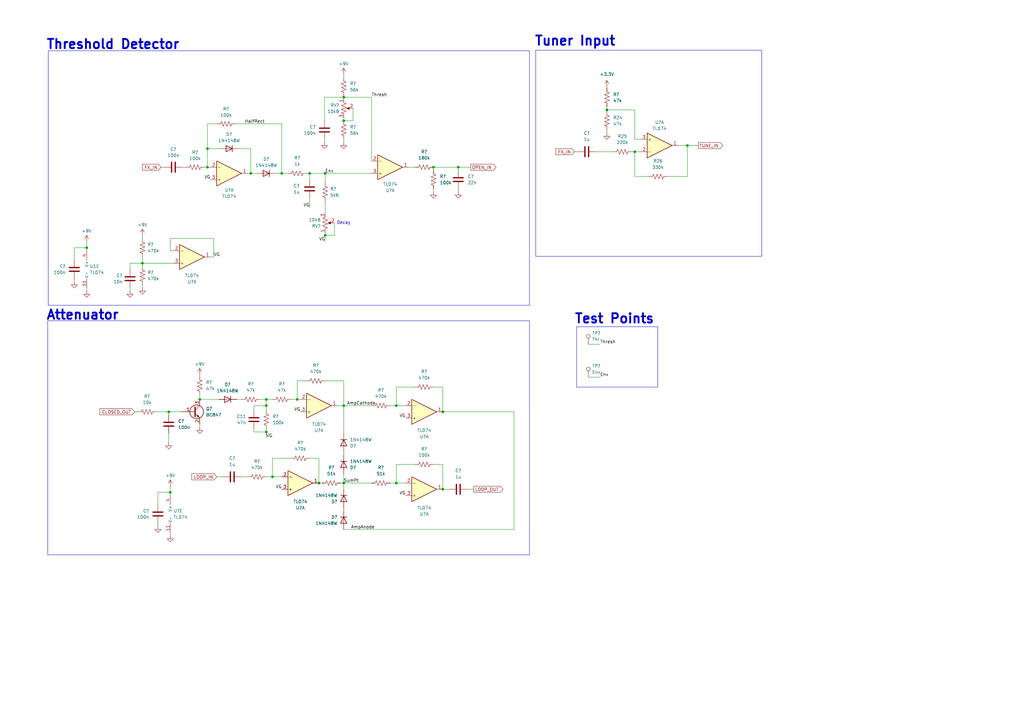
<source format=kicad_sch>
(kicad_sch (version 20250114) (generator "eeschema") (generator_version "9.0")
  (paper "A3")
  (lib_symbols
    (symbol "Amplifier_Operational:TL074" (pin_names (offset 0.127))
      (property "Reference" "U" (at 0 5.08 0))
      (property "Value" "TL074" (at 0 -5.08 0))
      (symbol "TL074_1_1"
        (polyline (pts (xy -5.08 5.08) (xy 5.08 0) (xy -5.08 -5.08) (xy -5.08 5.08)) (stroke (width 0.254)) (fill (type background)))
        (pin input line (at -7.62 2.54 0) (length 2.54) (name "+") (number "3"))
        (pin input line (at -7.62 -2.54 0) (length 2.54) (name "-") (number "2"))
        (pin output line (at 7.62 0 180) (length 2.54) (name "~") (number "1"))
      )
      (symbol "TL074_2_1"
        (polyline (pts (xy -5.08 5.08) (xy 5.08 0) (xy -5.08 -5.08) (xy -5.08 5.08)) (stroke (width 0.254)) (fill (type background)))
        (pin input line (at -7.62 2.54 0) (length 2.54) (name "+") (number "5"))
        (pin input line (at -7.62 -2.54 0) (length 2.54) (name "-") (number "6"))
        (pin output line (at 7.62 0 180) (length 2.54) (name "~") (number "7"))
      )
      (symbol "TL074_3_1"
        (polyline (pts (xy -5.08 5.08) (xy 5.08 0) (xy -5.08 -5.08) (xy -5.08 5.08)) (stroke (width 0.254)) (fill (type background)))
        (pin input line (at -7.62 2.54 0) (length 2.54) (name "+") (number "10"))
        (pin input line (at -7.62 -2.54 0) (length 2.54) (name "-") (number "9"))
        (pin output line (at 7.62 0 180) (length 2.54) (name "~") (number "8"))
      )
      (symbol "TL074_4_1"
        (polyline (pts (xy -5.08 5.08) (xy 5.08 0) (xy -5.08 -5.08) (xy -5.08 5.08)) (stroke (width 0.254)) (fill (type background)))
        (pin input line (at -7.62 2.54 0) (length 2.54) (name "+") (number "12"))
        (pin input line (at -7.62 -2.54 0) (length 2.54) (name "-") (number "13"))
        (pin output line (at 7.62 0 180) (length 2.54) (name "~") (number "14"))
      )
      (symbol "TL074_5_1"
        (pin power_in line (at -2.54 7.62 270) (length 3.81) (name "V+") (number "4"))
        (pin power_in line (at -2.54 -7.62 90) (length 3.81) (name "V-") (number "11"))
      )
    )
    (symbol "Connector:TestPoint" (pin_numbers (hide yes)) (pin_names (offset 0.762) (hide yes)) (in_bom no)
      (property "Reference" "TP" (at 0 6.858 0))
      (property "Value" "TestPoint" (at 0 5.08 0))
      (symbol "TestPoint_0_1"
        (circle (center 0 3.302) (radius 0.762))
      )
      (symbol "TestPoint_1_1"
        (pin passive line (at 0 0 90) (length 2.54) (name "1") (number "1"))
      )
    )
    (symbol "Device:C" (pin_numbers (hide yes)) (pin_names (offset 0.254))
      (property "Reference" "C" (at 0.635 2.54 0))
      (property "Value" "C" (at 0.635 -2.54 0))
      (symbol "C_0_1"
        (polyline (pts (xy -2.032 0.762) (xy 2.032 0.762)) (stroke (width 0.508)))
        (polyline (pts (xy -2.032 -0.762) (xy 2.032 -0.762)) (stroke (width 0.508)))
      )
      (symbol "C_1_1"
        (pin passive line (at 0 3.81 270) (length 2.794) (name "~") (number "1"))
        (pin passive line (at 0 -3.81 90) (length 2.794) (name "~") (number "2"))
      )
    )
    (symbol "Device:R_Potentiometer_US" (pin_names (offset 1.016) (hide yes))
      (property "Reference" "RV" (at -4.445 0 90))
      (property "Value" "R_Potentiometer_US" (at -2.54 0 90))
      (symbol "R_Potentiometer_US_0_1"
        (polyline (pts (xy 0 2.54) (xy 0 2.286)))
        (polyline (pts (xy 0 2.286) (xy 1.016 1.905) (xy 0 1.524) (xy -1.016 1.143) (xy 0 0.762)))
        (polyline (pts (xy 0 0.762) (xy 1.016 0.381) (xy 0 0) (xy -1.016 -0.381) (xy 0 -0.762)))
        (polyline (pts (xy 0 -0.762) (xy 1.016 -1.143) (xy 0 -1.524) (xy -1.016 -1.905) (xy 0 -2.286)))
        (polyline (pts (xy 0 -2.286) (xy 0 -2.54)))
        (polyline (pts (xy 1.143 0) (xy 2.286 0.508) (xy 2.286 -0.508) (xy 1.143 0)) (fill (type outline)))
        (polyline (pts (xy 2.54 0) (xy 1.524 0)))
      )
      (symbol "R_Potentiometer_US_1_1"
        (pin passive line (at 0 3.81 270) (length 1.27) (name "1") (number "1"))
        (pin passive line (at 0 -3.81 90) (length 1.27) (name "3") (number "3"))
        (pin passive line (at 3.81 0 180) (length 1.27) (name "2") (number "2"))
      )
    )
    (symbol "Device:R_US" (pin_numbers (hide yes)) (pin_names (offset 0))
      (property "Reference" "R" (at 2.54 0 90))
      (property "Value" "R_US" (at -2.54 0 90))
      (symbol "R_US_0_1"
        (polyline (pts (xy 0 2.286) (xy 0 2.54)))
        (polyline (pts (xy 0 2.286) (xy 1.016 1.905) (xy 0 1.524) (xy -1.016 1.143) (xy 0 0.762)))
        (polyline (pts (xy 0 0.762) (xy 1.016 0.381) (xy 0 0) (xy -1.016 -0.381) (xy 0 -0.762)))
        (polyline (pts (xy 0 -0.762) (xy 1.016 -1.143) (xy 0 -1.524) (xy -1.016 -1.905) (xy 0 -2.286)))
        (polyline (pts (xy 0 -2.286) (xy 0 -2.54)))
      )
      (symbol "R_US_1_1"
        (pin passive line (at 0 3.81 270) (length 1.27) (name "~") (number "1"))
        (pin passive line (at 0 -3.81 90) (length 1.27) (name "~") (number "2"))
      )
    )
    (symbol "Diode:1N4148W" (pin_numbers (hide yes)) (pin_names (hide yes))
      (property "Reference" "D" (at 0 2.54 0))
      (property "Value" "1N4148W" (at 0 -2.54 0))
      (symbol "1N4148W_0_1"
        (polyline (pts (xy -1.27 1.27) (xy -1.27 -1.27)) (stroke (width 0.254)))
        (polyline (pts (xy 1.27 1.27) (xy 1.27 -1.27) (xy -1.27 0) (xy 1.27 1.27)) (stroke (width 0.254)))
        (polyline (pts (xy 1.27 0) (xy -1.27 0)))
      )
      (symbol "1N4148W_1_1"
        (pin passive line (at -3.81 0 0) (length 2.54) (name "K") (number "1"))
        (pin passive line (at 3.81 0 180) (length 2.54) (name "A") (number "2"))
      )
    )
    (symbol "PCM_4ms_Power-symbol:+9V" (power) (pin_names (offset 0))
      (property "Value" "+9V" (at 0 3.556 0))
      (symbol "+9V_0_1"
        (polyline (pts (xy -0.762 1.27) (xy 0 2.54)))
        (polyline (pts (xy 0 2.54) (xy 0.762 1.27)))
        (polyline (pts (xy 0 0) (xy 0 2.54)))
      )
      (symbol "+9V_1_1"
        (pin power_in line (at 0 0 90) (length 0) (hide yes) (name "+9V") (number "1"))
      )
    )
    (symbol "Transistor_BJT:BC847" (pin_names (offset 0) (hide yes))
      (property "Reference" "Q" (at 5.08 1.905 0))
      (property "Value" "BC847" (at 5.08 0 0))
      (symbol "BC847_0_1"
        (polyline (pts (xy 0.635 1.905) (xy 0.635 -1.905) (xy 0.635 -1.905)) (stroke (width 0.508)))
        (polyline (pts (xy 0.635 0.635) (xy 2.54 2.54)))
        (polyline (pts (xy 0.635 -0.635) (xy 2.54 -2.54) (xy 2.54 -2.54)))
        (circle (center 1.27 0) (radius 2.8194) (stroke (width 0.254)))
        (polyline (pts (xy 1.27 -1.778) (xy 1.778 -1.27) (xy 2.286 -2.286) (xy 1.27 -1.778) (xy 1.27 -1.778)) (fill (type outline)))
      )
      (symbol "BC847_1_1"
        (pin input line (at -5.08 0 0) (length 5.715) (name "B") (number "1"))
        (pin passive line (at 2.54 5.08 270) (length 2.54) (name "C") (number "3"))
        (pin passive line (at 2.54 -5.08 90) (length 2.54) (name "E") (number "2"))
      )
    )
    (symbol "power:+3.3V" (power) (pin_numbers (hide yes)) (pin_names (offset 0) (hide yes))
      (property "Value" "+3.3V" (at 0 3.556 0))
      (symbol "+3.3V_0_1"
        (polyline (pts (xy -0.762 1.27) (xy 0 2.54)))
        (polyline (pts (xy 0 2.54) (xy 0.762 1.27)))
        (polyline (pts (xy 0 0) (xy 0 2.54)))
      )
      (symbol "+3.3V_1_1"
        (pin power_in line (at 0 0 90) (length 0) (name "~") (number "1"))
      )
    )
    (symbol "power:GND" (power) (pin_numbers (hide yes)) (pin_names (offset 0) (hide yes))
      (symbol "GND_0_1"
        (polyline (pts (xy 0 0) (xy 0 -1.27) (xy 1.27 -1.27) (xy 0 -2.54) (xy -1.27 -1.27) (xy 0 -1.27)))
      )
      (symbol "GND_1_1"
        (pin power_in line (at 0 0 270) (length 0) (name "~") (number "1"))
      )
    )
  )
  (rectangle (start 19.558 131.572) (end 217.17 227.584))
  (rectangle (start 236.474 133.985) (end 269.748 158.75))
  (rectangle (start 19.812 20.828) (end 217.17 125.222))
  (rectangle (start 219.71 20.574) (end 312.42 105.156))
  (text "Threshold Detector" (at 18.796 18.288 0) (effects (font (size 3.81 3.81) (thickness 0.762) (bold yes)) (justify left)))
  (text "Tuner Input" (at 219.075 16.891 0) (effects (font (size 3.81 3.81) (thickness 0.762) (bold yes)) (justify left)))
  (text "Attenuator" (at 18.796 129.286 0) (effects (font (size 3.81 3.81) (thickness 0.762) (bold yes)) (justify left)))
  (text "Decay" (at 140.97 91.44 0) (effects (font (size 1.27 1.27))))
  (text "Test Points" (at 235.458 130.81 0) (effects (font (size 3.81 3.81) (thickness 0.762) (bold yes)) (justify left)))
  (junction (at 140.97 49.53))
  (junction (at 69.215 168.91))
  (junction (at 140.97 166.37))
  (junction (at 127 71.12))
  (junction (at 133.35 71.12))
  (junction (at 162.56 198.12))
  (junction (at 115.57 71.12))
  (junction (at 187.96 68.58))
  (junction (at 102.87 71.12))
  (junction (at 81.915 163.83))
  (junction (at 181.61 200.66))
  (junction (at 248.92 45.085))
  (junction (at 281.94 59.69))
  (junction (at 109.22 163.83))
  (junction (at 85.09 68.58))
  (junction (at 177.8 68.58))
  (junction (at 111.76 195.58))
  (junction (at 109.22 166.37))
  (junction (at 85.09 60.96))
  (junction (at 162.56 166.37))
  (junction (at 181.61 168.91))
  (junction (at 140.97 39.878))
  (junction (at 130.81 198.12))
  (junction (at 69.85 201.93))
  (junction (at 140.97 198.12))
  (junction (at 109.22 177.165))
  (junction (at 58.42 107.95))
  (junction (at 121.92 163.83))
  (junction (at 133.35 96.52))
  (junction (at 35.56 101.6))
  (junction (at 260.35 62.23))
  (wire (pts (xy 144.78 49.53) (xy 140.97 49.53)))
  (wire (pts (xy 127 81.28) (xy 127 85.09)))
  (wire (pts (xy 187.96 69.85) (xy 187.96 68.58)))
  (wire (pts (xy 119.38 187.96) (xy 111.76 187.96)))
  (wire (pts (xy 109.22 195.58) (xy 111.76 195.58)))
  (wire (pts (xy 58.42 116.84) (xy 58.42 118.11)))
  (wire (pts (xy 152.4 39.878) (xy 152.4 66.04)))
  (wire (pts (xy 69.215 168.91) (xy 69.215 170.18)))
  (wire (pts (xy 160.02 166.37) (xy 162.56 166.37)))
  (wire (pts (xy 30.48 101.6) (xy 35.56 101.6)))
  (wire (pts (xy 53.34 107.95) (xy 58.42 107.95)))
  (wire (pts (xy 248.92 45.085) (xy 248.92 45.72)))
  (wire (pts (xy 58.42 107.95) (xy 71.12 107.95)))
  (wire (pts (xy 58.42 107.95) (xy 58.42 109.22)))
  (wire (pts (xy 109.22 166.37) (xy 109.22 168.275)))
  (wire (pts (xy 35.56 99.06) (xy 35.56 101.6)))
  (wire (pts (xy 266.065 72.39) (xy 260.35 72.39)))
  (wire (pts (xy 210.82 217.17) (xy 140.97 217.17)))
  (wire (pts (xy 87.63 105.41) (xy 86.36 105.41)))
  (wire (pts (xy 181.61 168.91) (xy 210.82 168.91)))
  (wire (pts (xy 133.35 156.21) (xy 140.97 156.21)))
  (wire (pts (xy 133.35 95.25) (xy 133.35 96.52)))
  (wire (pts (xy 115.57 50.8) (xy 115.57 71.12)))
  (wire (pts (xy 177.8 190.5) (xy 181.61 190.5)))
  (wire (pts (xy 58.42 105.41) (xy 58.42 107.95)))
  (wire (pts (xy 181.61 200.66) (xy 184.15 200.66)))
  (wire (pts (xy 248.92 43.815) (xy 248.92 45.085)))
  (wire (pts (xy 137.16 96.52) (xy 133.35 96.52)))
  (wire (pts (xy 109.22 175.895) (xy 109.22 177.165)))
  (wire (pts (xy 97.155 163.83) (xy 99.06 163.83)))
  (wire (pts (xy 140.97 57.15) (xy 140.97 58.42)))
  (wire (pts (xy 69.215 168.91) (xy 74.295 168.91)))
  (wire (pts (xy 140.97 39.37) (xy 140.97 39.878)))
  (wire (pts (xy 162.56 158.75) (xy 162.56 166.37)))
  (wire (pts (xy 248.92 35.56) (xy 248.92 36.195)))
  (wire (pts (xy 125.73 156.21) (xy 121.92 156.21)))
  (wire (pts (xy 97.79 60.96) (xy 102.87 60.96)))
  (wire (pts (xy 281.94 72.39) (xy 281.94 59.69)))
  (wire (pts (xy 35.56 101.6) (xy 35.56 102.87)))
  (wire (pts (xy 181.61 190.5) (xy 181.61 200.66)))
  (wire (pts (xy 248.92 53.34) (xy 248.92 54.61)))
  (wire (pts (xy 53.34 118.11) (xy 53.34 119.38)))
  (wire (pts (xy 104.14 168.275) (xy 104.14 166.37)))
  (wire (pts (xy 177.8 68.58) (xy 177.8 69.85)))
  (wire (pts (xy 119.38 163.83) (xy 121.92 163.83)))
  (wire (pts (xy 58.42 96.52) (xy 58.42 97.79)))
  (wire (pts (xy 140.97 166.37) (xy 140.97 177.8)))
  (wire (pts (xy 109.22 163.83) (xy 109.22 166.37)))
  (wire (pts (xy 281.94 59.69) (xy 286.385 59.69)))
  (wire (pts (xy 138.43 166.37) (xy 140.97 166.37)))
  (wire (pts (xy 83.82 68.58) (xy 85.09 68.58)))
  (wire (pts (xy 133.35 82.55) (xy 133.35 87.63)))
  (wire (pts (xy 109.22 177.165) (xy 109.22 179.705)))
  (wire (pts (xy 30.48 106.68) (xy 30.48 101.6)))
  (wire (pts (xy 162.56 166.37) (xy 166.37 166.37)))
  (wire (pts (xy 133.35 96.52) (xy 133.35 99.06)))
  (wire (pts (xy 127 71.12) (xy 133.35 71.12)))
  (wire (pts (xy 64.77 214.63) (xy 64.77 215.9)))
  (wire (pts (xy 35.56 118.11) (xy 35.56 119.38)))
  (wire (pts (xy 69.85 201.93) (xy 69.85 203.2)))
  (wire (pts (xy 140.97 30.48) (xy 140.97 31.75)))
  (wire (pts (xy 85.09 60.96) (xy 85.09 68.58)))
  (wire (pts (xy 64.135 168.91) (xy 69.215 168.91)))
  (wire (pts (xy 130.81 198.12) (xy 132.08 198.12)))
  (wire (pts (xy 133.35 71.12) (xy 152.4 71.12)))
  (wire (pts (xy 74.93 68.58) (xy 76.2 68.58)))
  (wire (pts (xy 260.35 62.23) (xy 262.89 62.23)))
  (wire (pts (xy 260.35 57.15) (xy 260.35 45.085)))
  (wire (pts (xy 69.85 218.44) (xy 69.85 219.71)))
  (wire (pts (xy 152.4 39.878) (xy 140.97 39.878)))
  (wire (pts (xy 170.18 190.5) (xy 162.56 190.5)))
  (wire (pts (xy 104.14 177.165) (xy 109.22 177.165)))
  (wire (pts (xy 170.18 158.75) (xy 162.56 158.75)))
  (wire (pts (xy 260.35 45.085) (xy 248.92 45.085)))
  (wire (pts (xy 109.22 163.83) (xy 106.68 163.83)))
  (wire (pts (xy 273.685 72.39) (xy 281.94 72.39)))
  (wire (pts (xy 111.76 195.58) (xy 115.57 195.58)))
  (wire (pts (xy 140.97 208.28) (xy 140.97 209.55)))
  (wire (pts (xy 81.915 153.67) (xy 81.915 154.305)))
  (wire (pts (xy 64.77 207.01) (xy 64.77 201.93)))
  (wire (pts (xy 140.97 39.878) (xy 140.97 40.64)))
  (wire (pts (xy 177.8 158.75) (xy 181.61 158.75)))
  (wire (pts (xy 104.14 175.895) (xy 104.14 177.165)))
  (wire (pts (xy 278.13 59.69) (xy 281.94 59.69)))
  (wire (pts (xy 69.85 199.39) (xy 69.85 201.93)))
  (wire (pts (xy 130.81 187.96) (xy 130.81 198.12)))
  (wire (pts (xy 162.56 198.12) (xy 166.37 198.12)))
  (wire (pts (xy 177.8 68.58) (xy 187.96 68.58)))
  (wire (pts (xy 259.08 62.23) (xy 260.35 62.23)))
  (wire (pts (xy 115.57 71.12) (xy 118.11 71.12)))
  (wire (pts (xy 144.78 44.45) (xy 144.78 49.53)))
  (wire (pts (xy 244.475 62.23) (xy 251.46 62.23)))
  (wire (pts (xy 187.96 77.47) (xy 187.96 78.74)))
  (wire (pts (xy 127 71.12) (xy 127 73.66)))
  (wire (pts (xy 102.87 71.12) (xy 101.6 71.12)))
  (wire (pts (xy 162.56 190.5) (xy 162.56 198.12)))
  (wire (pts (xy 140.97 48.26) (xy 140.97 49.53)))
  (wire (pts (xy 133.35 71.12) (xy 133.35 74.93)))
  (wire (pts (xy 105.41 71.12) (xy 102.87 71.12)))
  (wire (pts (xy 66.04 68.58) (xy 67.31 68.58)))
  (wire (pts (xy 140.97 198.12) (xy 152.4 198.12)))
  (wire (pts (xy 64.77 201.93) (xy 69.85 201.93)))
  (wire (pts (xy 111.76 163.83) (xy 109.22 163.83)))
  (wire (pts (xy 69.215 177.8) (xy 69.215 181.61)))
  (wire (pts (xy 187.96 68.58) (xy 193.04 68.58)))
  (wire (pts (xy 127 71.12) (xy 125.73 71.12)))
  (wire (pts (xy 81.915 161.925) (xy 81.915 163.83)))
  (wire (pts (xy 69.85 102.87) (xy 69.85 97.79)))
  (wire (pts (xy 88.9 195.58) (xy 91.44 195.58)))
  (wire (pts (xy 85.09 50.8) (xy 85.09 60.96)))
  (wire (pts (xy 104.14 166.37) (xy 109.22 166.37)))
  (wire (pts (xy 140.97 185.42) (xy 140.97 186.69)))
  (wire (pts (xy 71.12 102.87) (xy 69.85 102.87)))
  (wire (pts (xy 99.06 195.58) (xy 101.6 195.58)))
  (wire (pts (xy 140.97 156.21) (xy 140.97 166.37)))
  (wire (pts (xy 96.52 50.8) (xy 115.57 50.8)))
  (wire (pts (xy 137.16 91.44) (xy 137.16 96.52)))
  (wire (pts (xy 86.36 68.58) (xy 85.09 68.58)))
  (wire (pts (xy 127 187.96) (xy 130.81 187.96)))
  (wire (pts (xy 133.096 57.15) (xy 133.096 58.42)))
  (wire (pts (xy 210.82 168.91) (xy 210.82 217.17)))
  (wire (pts (xy 53.34 110.49) (xy 53.34 107.95)))
  (wire (pts (xy 140.97 198.12) (xy 140.97 200.66)))
  (wire (pts (xy 102.87 60.96) (xy 102.87 71.12)))
  (wire (pts (xy 88.9 50.8) (xy 85.09 50.8)))
  (wire (pts (xy 133.096 49.53) (xy 133.096 39.878)))
  (wire (pts (xy 85.09 60.96) (xy 90.17 60.96)))
  (wire (pts (xy 140.97 194.31) (xy 140.97 198.12)))
  (wire (pts (xy 177.8 77.47) (xy 177.8 78.74)))
  (wire (pts (xy 160.02 198.12) (xy 162.56 198.12)))
  (wire (pts (xy 235.585 62.23) (xy 236.855 62.23)))
  (wire (pts (xy 87.63 97.79) (xy 87.63 105.41)))
  (wire (pts (xy 133.096 39.878) (xy 140.97 39.878)))
  (wire (pts (xy 69.85 97.79) (xy 87.63 97.79)))
  (wire (pts (xy 191.77 200.66) (xy 194.31 200.66)))
  (wire (pts (xy 260.35 72.39) (xy 260.35 62.23)))
  (wire (pts (xy 30.48 114.3) (xy 30.48 115.57)))
  (wire (pts (xy 181.61 158.75) (xy 181.61 168.91)))
  (wire (pts (xy 121.92 163.83) (xy 123.19 163.83)))
  (wire (pts (xy 113.03 71.12) (xy 115.57 71.12)))
  (wire (pts (xy 81.915 173.99) (xy 81.915 175.26)))
  (wire (pts (xy 140.97 166.37) (xy 152.4 166.37)))
  (wire (pts (xy 139.7 198.12) (xy 140.97 198.12)))
  (wire (pts (xy 167.64 68.58) (xy 170.18 68.58)))
  (wire (pts (xy 262.89 57.15) (xy 260.35 57.15)))
  (wire (pts (xy 55.245 168.91) (xy 56.515 168.91)))
  (wire (pts (xy 241.3 154.686) (xy 246.126 154.686)))
  (wire (pts (xy 111.76 187.96) (xy 111.76 195.58)))
  (wire (pts (xy 121.92 156.21) (xy 121.92 163.83)))
  (wire (pts (xy 81.915 163.83) (xy 89.535 163.83)))
  (wire (pts (xy 241.3 141.224) (xy 246.126 141.224)))
  (label "VG" (at 123.19 168.91 180) (effects (font (thickness 0.1588))))
  (label "VG" (at 127 85.09 180))
  (label "VG" (at 86.36 73.66 180))
  (label "Env" (at 133.35 71.12 0))
  (label "Thresh" (at 152.4 39.878 0))
  (label "HalfRect" (at 100.33 50.8 0))
  (label "VG" (at 133.35 99.06 180))
  (label "AmpAnode" (at 153.67 217.17 180) (effects (font (thickness 0.1588))))
  (label "VG" (at 109.22 179.705 0))
  (label "AmpCathode" (at 142.24 166.37 0))
  (label "SumPt" (at 140.97 198.12 0))
  (label "VG" (at 166.37 203.2 180))
  (label "VG" (at 166.37 171.45 180))
  (label "Env" (at 246.126 154.686 0))
  (label "VG" (at 87.63 105.41 0))
  (label "VG" (at 115.57 200.66 180))
  (label "Thresh" (at 246.126 141.224 0))
  (global_label "OPEN_IN" (shape output) (at 193.04 68.58 0) (property "Intersheetrefs" "${INTERSHEET_REFS}" (effects (hide yes))))
  (global_label "LOOP_IN" (shape input) (at 88.9 195.58 180) (property "Intersheetrefs" "${INTERSHEET_REFS}" (effects (hide yes))))
  (global_label "LOOP_OUT" (shape output) (at 194.31 200.66 0) (property "Intersheetrefs" "${INTERSHEET_REFS}" (effects (hide yes))))
  (global_label "CLOSED_OUT" (shape input) (at 55.245 168.91 180) (property "Intersheetrefs" "${INTERSHEET_REFS}" (effects (hide yes))))
  (global_label "FX_IN" (shape input) (at 66.04 68.58 180) (property "Intersheetrefs" "${INTERSHEET_REFS}" (effects (hide yes))))
  (global_label "TUNE_IN" (shape output) (at 286.385 59.69 0) (property "Intersheetrefs" "${INTERSHEET_REFS}" (effects (hide yes))))
  (global_label "FX_IN" (shape input) (at 235.585 62.23 180) (property "Intersheetrefs" "${INTERSHEET_REFS}" (effects (hide yes))))
  (symbol (lib_id "Diode:1N4148W") (at 93.98 60.96 0) (mirror y) (unit 1)
    (property "Reference" "D?" (at 93.98 55.118 0))
    (property "Value" "1N4148W" (at 93.98 57.658 0))
    (property "Footprint" "Diode_SMD:D_SOD-123" (effects (hide yes)))
    (property "Datasheet" "https://www.vishay.com/docs/85748/1n4148w.pdf" (effects (hide yes)))
    (property "Description" "75V 0.15A Fast Switching Diode, SOD-123" (effects (hide yes)))
    (property "Sim.Device" "D" (effects (hide yes)))
    (property "Sim.Pins" "1=K 2=A" (effects (hide yes)))
  )
  (symbol (lib_id "Device:R_US") (at 156.21 198.12 90) (unit 1)
    (property "Reference" "R?" (at 156.21 191.77 90))
    (property "Value" "51k" (at 156.21 194.31 90))
    (property "Footprint" "Resistor_SMD:R_0805_2012Metric" (effects (hide yes)))
    (property "Description" "Resistor, US symbol" (effects (hide yes)))
  )
  (symbol (lib_id "Amplifier_Operational:TL074") (at 270.51 59.69 0) (unit 1)
    (property "Reference" "U?" (at 270.51 50.165 0))
    (property "Value" "TL074" (at 270.51 52.705 0))
    (property "Footprint" "Package_SO:SOIC-14_3.9x8.7mm_P1.27mm" (effects (hide yes)))
    (property "Datasheet" "http://www.ti.com/lit/ds/symlink/tl071.pdf" (effects (hide yes)))
    (property "Description" "Quad Low-Noise JFET-Input Operational Amplifiers, DIP-14/SOIC-14" (effects (hide yes)))
  )
  (symbol (lib_id "Device:R_US") (at 58.42 101.6 0) (unit 1)
    (property "Reference" "R?" (at 60.452 100.3299 0) (effects (justify left)))
    (property "Value" "470k" (at 60.452 102.8699 0) (effects (justify left)))
    (property "Footprint" "Resistor_SMD:R_0805_2012Metric" (effects (hide yes)))
    (property "Description" "Resistor, US symbol" (effects (hide yes)))
  )
  (symbol (lib_id "Device:R_US") (at 81.915 158.115 0) (unit 1)
    (property "Reference" "R?" (at 84.455 156.8449 0) (effects (justify left)))
    (property "Value" "47k" (at 84.455 159.3849 0) (effects (justify left)))
    (property "Footprint" "Resistor_SMD:R_0805_2012Metric" (effects (hide yes)))
    (property "Description" "Resistor, US symbol" (effects (hide yes)))
  )
  (symbol (lib_id "Device:R_US") (at 248.92 40.005 0) (unit 1)
    (property "Reference" "R?" (at 251.46 38.7349 0) (effects (justify left)))
    (property "Value" "47k" (at 251.46 41.2749 0) (effects (justify left)))
    (property "Footprint" "Resistor_SMD:R_0805_2012Metric" (effects (hide yes)))
    (property "Description" "Resistor, US symbol" (effects (hide yes)))
  )
  (symbol (lib_id "Device:R_US") (at 156.21 166.37 90) (unit 1)
    (property "Reference" "R?" (at 156.21 160.02 90))
    (property "Value" "470k" (at 156.21 162.56 90))
    (property "Footprint" "Resistor_SMD:R_0805_2012Metric" (effects (hide yes)))
    (property "Description" "Resistor, US symbol" (effects (hide yes)))
  )
  (symbol (lib_id "Amplifier_Operational:TL074") (at 33.02 110.49 0) (mirror y) (unit 5)
    (property "Reference" "U1" (at 36.83 109.2199 0) (effects (justify right)))
    (property "Value" "TL074" (at 36.83 111.7599 0) (effects (justify right)))
    (property "Footprint" "Package_SO:SOIC-14_3.9x8.7mm_P1.27mm" (effects (hide yes)))
    (property "Datasheet" "http://www.ti.com/lit/ds/symlink/tl071.pdf" (effects (hide yes)))
    (property "Description" "Quad Low-Noise JFET-Input Operational Amplifiers, DIP-14/SOIC-14" (effects (hide yes)))
  )
  (symbol (lib_id "Device:C") (at 69.215 173.99 0) (unit 1)
    (property "Reference" "C?" (at 73.025 172.7199 0) (effects (justify left)))
    (property "Value" "100n" (at 73.025 175.2599 0) (effects (justify left)))
    (property "Footprint" "Capacitor_SMD:C_0805_2012Metric" (effects (hide yes)))
    (property "Description" "Unpolarized capacitor" (effects (hide yes)))
  )
  (symbol (lib_id "power:GND") (at 30.48 115.57 0) (unit 1)
    (property "Reference" "#PWR?" (effects (hide yes)))
    (property "Value" "GND" (effects (hide yes)))
    (property "Description" "Power symbol creates a global label with name \"GND\" , ground" (effects (hide yes)))
  )
  (symbol (lib_id "Device:R_US") (at 255.27 62.23 90) (unit 1)
    (property "Reference" "R25" (at 255.27 55.88 90))
    (property "Value" "220k" (at 255.27 58.42 90))
    (property "Footprint" "Resistor_SMD:R_0805_2012Metric" (effects (hide yes)))
    (property "Description" "Resistor, US symbol" (effects (hide yes)))
  )
  (symbol (lib_id "Amplifier_Operational:TL074") (at 130.81 166.37 0) (mirror x) (unit 1)
    (property "Reference" "U?" (at 130.81 176.53 0))
    (property "Value" "TL074" (at 130.81 173.99 0))
    (property "Footprint" "Package_SO:SOIC-14_3.9x8.7mm_P1.27mm" (effects (hide yes)))
    (property "Datasheet" "http://www.ti.com/lit/ds/symlink/tl071.pdf" (effects (hide yes)))
    (property "Description" "Quad Low-Noise JFET-Input Operational Amplifiers, DIP-14/SOIC-14" (effects (hide yes)))
  )
  (symbol (lib_id "Device:C") (at 64.77 210.82 0) (unit 1)
    (property "Reference" "C?" (at 61.214 209.5499 0) (effects (justify right)))
    (property "Value" "100n" (at 61.214 212.0899 0) (effects (justify right)))
    (property "Footprint" "Capacitor_SMD:C_0805_2012Metric" (effects (hide yes)))
    (property "Description" "Unpolarized capacitor" (effects (hide yes)))
  )
  (symbol (lib_id "Device:C") (at 53.34 114.3 0) (unit 1)
    (property "Reference" "C?" (at 50.292 113.0299 0) (effects (justify right)))
    (property "Value" "10n" (at 50.292 115.5699 0) (effects (justify right)))
    (property "Footprint" "Capacitor_SMD:C_0805_2012Metric" (effects (hide yes)))
    (property "Description" "Unpolarized capacitor" (effects (hide yes)))
  )
  (symbol (lib_id "power:GND") (at 53.34 119.38 0) (unit 1)
    (property "Reference" "#PWR?" (effects (hide yes)))
    (property "Value" "GND" (effects (hide yes)))
    (property "Description" "Power symbol creates a global label with name \"GND\" , ground" (effects (hide yes)))
  )
  (symbol (lib_id "power:GND") (at 58.42 118.11 0) (unit 1)
    (property "Reference" "#PWR?" (effects (hide yes)))
    (property "Value" "GND" (effects (hide yes)))
    (property "Description" "Power symbol creates a global label with name \"GND\" , ground" (effects (hide yes)))
  )
  (symbol (lib_id "Device:R_US") (at 105.41 195.58 90) (unit 1)
    (property "Reference" "R?" (at 105.41 189.23 90))
    (property "Value" "470k" (at 105.41 191.77 90))
    (property "Footprint" "Resistor_SMD:R_0805_2012Metric" (effects (hide yes)))
    (property "Description" "Resistor, US symbol" (effects (hide yes)))
  )
  (symbol (lib_id "Device:R_US") (at 60.325 168.91 90) (unit 1)
    (property "Reference" "R?" (at 60.325 162.56 90))
    (property "Value" "10k" (at 60.325 165.1 90))
    (property "Footprint" "Resistor_SMD:R_0805_2012Metric" (effects (hide yes)))
    (property "Description" "Resistor, US symbol" (effects (hide yes)))
  )
  (symbol (lib_id "Device:R_Potentiometer_US") (at 140.97 44.45 0) (unit 1)
    (property "Reference" "RV?" (at 139.192 43.1799 0) (effects (justify right)))
    (property "Value" "10kB" (at 139.192 45.7199 0) (effects (justify right)))
    (property "Footprint" "Potentiometer_THT:Potentiometer_Alpha_RV16AF_42_Single_Long" (effects (hide yes)))
    (property "Description" "Potentiometer, US symbol" (effects (hide yes)))
  )
  (symbol (lib_id "power:GND") (at 133.096 58.42 0) (unit 1)
    (property "Reference" "#PWR?" (effects (hide yes)))
    (property "Value" "GND" (effects (hide yes)))
    (property "Description" "Power symbol creates a global label with name \"GND\" , ground" (effects (hide yes)))
  )
  (symbol (lib_id "PCM_4ms_Power-symbol:+9V") (at 58.42 96.52 0) (unit 1)
    (property "Reference" "#PWR?" (effects (hide yes)))
    (property "Value" "+9V" (at 58.42 92.202 0))
    (property "Description" "Power symbol creates a global label with name \"+9V\"" (effects (hide yes)))
  )
  (symbol (lib_id "Device:R_US") (at 248.92 49.53 0) (unit 1)
    (property "Reference" "R24" (at 251.46 48.2599 0) (effects (justify left)))
    (property "Value" "47k" (at 251.46 50.7999 0) (effects (justify left)))
    (property "Footprint" "Resistor_SMD:R_0805_2012Metric" (effects (hide yes)))
    (property "Description" "Resistor, US symbol" (effects (hide yes)))
  )
  (symbol (lib_id "Device:R_US") (at 80.01 68.58 90) (unit 1)
    (property "Reference" "R?" (at 80.01 62.484 90))
    (property "Value" "100k" (at 80.01 65.024 90))
    (property "Footprint" "Resistor_SMD:R_0805_2012Metric" (effects (hide yes)))
    (property "Description" "Resistor, US symbol" (effects (hide yes)))
  )
  (symbol (lib_id "Device:R_US") (at 123.19 187.96 90) (unit 1)
    (property "Reference" "R?" (at 123.19 181.61 90))
    (property "Value" "470k" (at 123.19 184.15 90))
    (property "Footprint" "Resistor_SMD:R_0805_2012Metric" (effects (hide yes)))
    (property "Description" "Resistor, US symbol" (effects (hide yes)))
  )
  (symbol (lib_id "Device:R_US") (at 140.97 53.34 0) (unit 1)
    (property "Reference" "R?" (at 143.51 52.0699 0) (effects (justify left)))
    (property "Value" "56k" (at 143.51 54.6099 0) (effects (justify left)))
    (property "Footprint" "Resistor_SMD:R_0805_2012Metric" (effects (hide yes)))
    (property "Description" "Resistor, US symbol" (effects (hide yes)))
  )
  (symbol (lib_id "Device:C") (at 104.14 172.085 0) (mirror y) (unit 1)
    (property "Reference" "C11" (at 100.965 170.8149 0) (effects (justify left)))
    (property "Value" "47n" (at 100.965 173.3549 0) (effects (justify left)))
    (property "Footprint" "Capacitor_SMD:C_0805_2012Metric" (effects (hide yes)))
    (property "Description" "Unpolarized capacitor" (effects (hide yes)))
  )
  (symbol (lib_id "power:GND") (at 248.92 54.61 0) (unit 1)
    (property "Reference" "#PWR19" (effects (hide yes)))
    (property "Value" "GND" (effects (hide yes)))
    (property "Description" "Power symbol creates a global label with name \"GND\" , ground" (effects (hide yes)))
  )
  (symbol (lib_id "Device:C") (at 133.096 53.34 0) (unit 1)
    (property "Reference" "C?" (at 129.54 52.0699 0) (effects (justify right)))
    (property "Value" "100n" (at 129.54 54.6099 0) (effects (justify right)))
    (property "Footprint" "Capacitor_SMD:C_0805_2012Metric" (effects (hide yes)))
    (property "Description" "Unpolarized capacitor" (effects (hide yes)))
  )
  (symbol (lib_id "Device:R_US") (at 58.42 113.03 0) (unit 1)
    (property "Reference" "R?" (at 60.452 111.7599 0) (effects (justify left)))
    (property "Value" "470k" (at 60.452 114.2999 0) (effects (justify left)))
    (property "Footprint" "Resistor_SMD:R_0805_2012Metric" (effects (hide yes)))
    (property "Description" "Resistor, US symbol" (effects (hide yes)))
  )
  (symbol (lib_id "Device:R_US") (at 121.92 71.12 90) (unit 1)
    (property "Reference" "R?" (at 121.92 64.77 90))
    (property "Value" "1k" (at 121.92 67.31 90))
    (property "Footprint" "Resistor_SMD:R_0805_2012Metric" (effects (hide yes)))
    (property "Description" "Resistor, US symbol" (effects (hide yes)))
  )
  (symbol (lib_id "Device:R_Potentiometer_US") (at 133.35 91.44 0) (mirror x) (unit 1)
    (property "Reference" "RV?" (at 131.572 92.7101 0) (effects (justify right)))
    (property "Value" "10kB" (at 131.572 90.1701 0) (effects (justify right)))
    (property "Footprint" "Potentiometer_THT:Potentiometer_Alpha_RV16AF_42_Single_Long" (effects (hide yes)))
    (property "Description" "Potentiometer, US symbol" (effects (hide yes)))
  )
  (symbol (lib_id "power:GND") (at 81.915 175.26 0) (unit 1)
    (property "Reference" "#PWR?" (effects (hide yes)))
    (property "Value" "GND" (effects (hide yes)))
    (property "Description" "Power symbol creates a global label with name \"GND\" , ground" (effects (hide yes)))
  )
  (symbol (lib_id "PCM_4ms_Power-symbol:+9V") (at 69.85 199.39 0) (unit 1)
    (property "Reference" "#PWR?" (effects (hide yes)))
    (property "Value" "+9V" (at 69.85 195.072 0))
    (property "Description" "Power symbol creates a global label with name \"+9V\"" (effects (hide yes)))
  )
  (symbol (lib_id "power:GND") (at 140.97 58.42 0) (unit 1)
    (property "Reference" "#PWR?" (effects (hide yes)))
    (property "Value" "GND" (effects (hide yes)))
    (property "Description" "Power symbol creates a global label with name \"GND\" , ground" (effects (hide yes)))
  )
  (symbol (lib_id "power:GND") (at 177.8 78.74 0) (unit 1)
    (property "Reference" "#PWR?" (effects (hide yes)))
    (property "Value" "GND" (effects (hide yes)))
    (property "Description" "Power symbol creates a global label with name \"GND\" , ground" (effects (hide yes)))
  )
  (symbol (lib_id "Amplifier_Operational:TL074") (at 173.99 168.91 0) (mirror x) (unit 1)
    (property "Reference" "U?" (at 173.99 179.07 0))
    (property "Value" "TL074" (at 173.99 176.53 0))
    (property "Footprint" "Package_SO:SOIC-14_3.9x8.7mm_P1.27mm" (effects (hide yes)))
    (property "Datasheet" "http://www.ti.com/lit/ds/symlink/tl071.pdf" (effects (hide yes)))
    (property "Description" "Quad Low-Noise JFET-Input Operational Amplifiers, DIP-14/SOIC-14" (effects (hide yes)))
  )
  (symbol (lib_id "Device:C") (at 187.96 200.66 90) (unit 1)
    (property "Reference" "C?" (at 187.96 193.04 90))
    (property "Value" "1u" (at 187.96 195.58 90))
    (property "Footprint" "Capacitor_SMD:C_0805_2012Metric" (effects (hide yes)))
    (property "Description" "Unpolarized capacitor" (effects (hide yes)))
  )
  (symbol (lib_id "Device:R_US") (at 140.97 35.56 0) (unit 1)
    (property "Reference" "R?" (at 143.51 34.2899 0) (effects (justify left)))
    (property "Value" "56k" (at 143.51 36.8299 0) (effects (justify left)))
    (property "Footprint" "Resistor_SMD:R_0805_2012Metric" (effects (hide yes)))
    (property "Description" "Resistor, US symbol" (effects (hide yes)))
  )
  (symbol (lib_id "PCM_4ms_Power-symbol:+9V") (at 81.915 153.67 0) (unit 1)
    (property "Reference" "#PWR?" (effects (hide yes)))
    (property "Value" "+9V" (at 81.915 149.352 0))
    (property "Description" "Power symbol creates a global label with name \"+9V\"" (effects (hide yes)))
  )
  (symbol (lib_id "Amplifier_Operational:TL074") (at 72.39 210.82 0) (unit 5)
    (property "Reference" "U?" (at 71.12 209.5499 0) (effects (justify left)))
    (property "Value" "TL074" (at 71.12 212.0899 0) (effects (justify left)))
    (property "Footprint" "Package_SO:SOIC-14_3.9x8.7mm_P1.27mm" (effects (hide yes)))
    (property "Datasheet" "http://www.ti.com/lit/ds/symlink/tl071.pdf" (effects (hide yes)))
    (property "Description" "Quad Low-Noise JFET-Input Operational Amplifiers, DIP-14/SOIC-14" (effects (hide yes)))
  )
  (symbol (lib_id "Device:C") (at 71.12 68.58 90) (unit 1)
    (property "Reference" "C?" (at 71.12 61.214 90))
    (property "Value" "100n" (at 71.12 63.754 90))
    (property "Footprint" "Capacitor_SMD:C_0805_2012Metric" (effects (hide yes)))
    (property "Description" "Unpolarized capacitor" (effects (hide yes)))
  )
  (symbol (lib_id "Device:C") (at 240.665 62.23 90) (unit 1)
    (property "Reference" "C?" (at 240.665 54.61 90))
    (property "Value" "1u" (at 240.665 57.15 90))
    (property "Footprint" "Capacitor_SMD:C_0805_2012Metric" (effects (hide yes)))
    (property "Description" "Unpolarized capacitor" (effects (hide yes)))
  )
  (symbol (lib_id "power:GND") (at 69.85 219.71 0) (unit 1)
    (property "Reference" "#PWR?" (effects (hide yes)))
    (property "Value" "GND" (effects (hide yes)))
    (property "Description" "Power symbol creates a global label with name \"GND\" , ground" (effects (hide yes)))
  )
  (symbol (lib_id "Amplifier_Operational:TL074") (at 78.74 105.41 0) (mirror x) (unit 1)
    (property "Reference" "U?" (at 78.74 115.57 0))
    (property "Value" "TL074" (at 78.74 113.03 0))
    (property "Footprint" "Package_SO:SOIC-14_3.9x8.7mm_P1.27mm" (effects (hide yes)))
    (property "Datasheet" "http://www.ti.com/lit/ds/symlink/tl071.pdf" (effects (hide yes)))
    (property "Description" "Quad Low-Noise JFET-Input Operational Amplifiers, DIP-14/SOIC-14" (effects (hide yes)))
  )
  (symbol (lib_id "Amplifier_Operational:TL074") (at 93.98 71.12 0) (mirror x) (unit 1)
    (property "Reference" "U?" (at 93.98 77.978 0))
    (property "Value" "TL074" (at 93.98 80.518 0))
    (property "Footprint" "Package_SO:SOIC-14_3.9x8.7mm_P1.27mm" (effects (hide yes)))
    (property "Datasheet" "http://www.ti.com/lit/ds/symlink/tl071.pdf" (effects (hide yes)))
    (property "Description" "Quad Low-Noise JFET-Input Operational Amplifiers, DIP-14/SOIC-14" (effects (hide yes)))
  )
  (symbol (lib_id "Device:R_US") (at 133.35 78.74 0) (unit 1)
    (property "Reference" "R?" (at 135.382 77.4699 0) (effects (justify left)))
    (property "Value" "5k6" (at 135.382 80.0099 0) (effects (justify left)))
    (property "Footprint" "Resistor_SMD:R_0805_2012Metric" (effects (hide yes)))
    (property "Description" "Resistor, US symbol" (effects (hide yes)))
  )
  (symbol (lib_id "Device:R_US") (at 135.89 198.12 90) (unit 1)
    (property "Reference" "R?" (at 135.89 191.77 90))
    (property "Value" "51k" (at 135.89 194.31 90))
    (property "Footprint" "Resistor_SMD:R_0805_2012Metric" (effects (hide yes)))
    (property "Description" "Resistor, US symbol" (effects (hide yes)))
  )
  (symbol (lib_id "Device:R_US") (at 173.99 190.5 90) (unit 1)
    (property "Reference" "R?" (at 173.99 184.15 90))
    (property "Value" "100k" (at 173.99 186.69 90))
    (property "Footprint" "Resistor_SMD:R_0805_2012Metric" (effects (hide yes)))
    (property "Description" "Resistor, US symbol" (effects (hide yes)))
  )
  (symbol (lib_id "Connector:TestPoint") (at 241.3 154.686 0) (unit 1) (in_bom no)
    (property "Reference" "TP?" (at 242.824 150.1139 0) (effects (justify left)))
    (property "Value" "Env" (at 242.824 152.6539 0) (effects (justify left)))
    (property "Footprint" "TestPoint:TestPoint_THTPad_D2.0mm_Drill1.0mm_VAL" (effects (hide yes)))
    (property "Description" "test point" (effects (hide yes)))
  )
  (symbol (lib_id "Device:R_US") (at 269.875 72.39 90) (unit 1)
    (property "Reference" "R26" (at 269.875 66.04 90))
    (property "Value" "330k" (at 269.875 68.58 90))
    (property "Footprint" "Resistor_SMD:R_0805_2012Metric" (effects (hide yes)))
    (property "Description" "Resistor, US symbol" (effects (hide yes)))
  )
  (symbol (lib_id "power:GND") (at 64.77 215.9 0) (unit 1)
    (property "Reference" "#PWR?" (effects (hide yes)))
    (property "Value" "GND" (effects (hide yes)))
    (property "Description" "Power symbol creates a global label with name \"GND\" , ground" (effects (hide yes)))
  )
  (symbol (lib_id "power:+3.3V") (at 248.92 35.56 0) (unit 1)
    (property "Reference" "#PWR018" (effects (hide yes)))
    (property "Value" "+3.3V" (at 248.92 30.48 0))
    (property "Description" "Power symbol creates a global label with name \"+3.3V\"" (effects (hide yes)))
  )
  (symbol (lib_id "Diode:1N4148W") (at 140.97 190.5 90) (mirror x) (unit 1)
    (property "Reference" "D?" (at 143.51 191.7701 90) (effects (justify right)))
    (property "Value" "1N4148W" (at 143.51 189.2301 90) (effects (justify right)))
    (property "Footprint" "Diode_SMD:D_SOD-123" (effects (hide yes)))
    (property "Datasheet" "https://www.vishay.com/docs/85748/1n4148w.pdf" (effects (hide yes)))
    (property "Description" "75V 0.15A Fast Switching Diode, SOD-123" (effects (hide yes)))
    (property "Sim.Device" "D" (effects (hide yes)))
    (property "Sim.Pins" "1=K 2=A" (effects (hide yes)))
  )
  (symbol (lib_id "Device:R_US") (at 173.99 158.75 90) (unit 1)
    (property "Reference" "R?" (at 173.99 152.4 90))
    (property "Value" "470k" (at 173.99 154.94 90))
    (property "Footprint" "Resistor_SMD:R_0805_2012Metric" (effects (hide yes)))
    (property "Description" "Resistor, US symbol" (effects (hide yes)))
  )
  (symbol (lib_id "Device:R_US") (at 92.71 50.8 90) (unit 1)
    (property "Reference" "R?" (at 92.71 44.704 90))
    (property "Value" "100k" (at 92.71 47.244 90))
    (property "Footprint" "Resistor_SMD:R_0805_2012Metric" (effects (hide yes)))
    (property "Description" "Resistor, US symbol" (effects (hide yes)))
  )
  (symbol (lib_id "Device:C") (at 187.96 73.66 0) (unit 1)
    (property "Reference" "C?" (at 191.77 72.3899 0) (effects (justify left)))
    (property "Value" "22n" (at 191.77 74.9299 0) (effects (justify left)))
    (property "Footprint" "Capacitor_SMD:C_0805_2012Metric" (effects (hide yes)))
    (property "Description" "Unpolarized capacitor" (effects (hide yes)))
  )
  (symbol (lib_id "Diode:1N4148W") (at 140.97 213.36 270) (unit 1)
    (property "Reference" "D?" (at 138.43 212.0899 90) (effects (justify right)))
    (property "Value" "1N4148W" (at 138.43 214.6299 90) (effects (justify right)))
    (property "Footprint" "Diode_SMD:D_SOD-123" (effects (hide yes)))
    (property "Datasheet" "https://www.vishay.com/docs/85748/1n4148w.pdf" (effects (hide yes)))
    (property "Description" "75V 0.15A Fast Switching Diode, SOD-123" (effects (hide yes)))
    (property "Sim.Device" "D" (effects (hide yes)))
    (property "Sim.Pins" "1=K 2=A" (effects (hide yes)))
  )
  (symbol (lib_id "Diode:1N4148W") (at 140.97 204.47 270) (unit 1)
    (property "Reference" "D?" (at 138.43 205.7401 90) (effects (justify right)))
    (property "Value" "1N4148W" (at 138.43 203.2001 90) (effects (justify right)))
    (property "Footprint" "Diode_SMD:D_SOD-123" (effects (hide yes)))
    (property "Datasheet" "https://www.vishay.com/docs/85748/1n4148w.pdf" (effects (hide yes)))
    (property "Description" "75V 0.15A Fast Switching Diode, SOD-123" (effects (hide yes)))
    (property "Sim.Device" "D" (effects (hide yes)))
    (property "Sim.Pins" "1=K 2=A" (effects (hide yes)))
  )
  (symbol (lib_id "Diode:1N4148W") (at 109.22 71.12 0) (mirror y) (unit 1)
    (property "Reference" "D?" (at 109.22 65.278 0))
    (property "Value" "1N4148W" (at 109.22 67.818 0))
    (property "Footprint" "Diode_SMD:D_SOD-123" (effects (hide yes)))
    (property "Datasheet" "https://www.vishay.com/docs/85748/1n4148w.pdf" (effects (hide yes)))
    (property "Description" "75V 0.15A Fast Switching Diode, SOD-123" (effects (hide yes)))
    (property "Sim.Device" "D" (effects (hide yes)))
    (property "Sim.Pins" "1=K 2=A" (effects (hide yes)))
  )
  (symbol (lib_id "Device:R_US") (at 115.57 163.83 90) (unit 1)
    (property "Reference" "R?" (at 115.57 157.48 90))
    (property "Value" "47k" (at 115.57 160.02 90))
    (property "Footprint" "Resistor_SMD:R_0805_2012Metric" (effects (hide yes)))
    (property "Description" "Resistor, US symbol" (effects (hide yes)))
  )
  (symbol (lib_id "Device:R_US") (at 102.87 163.83 90) (unit 1)
    (property "Reference" "R?" (at 102.87 157.48 90))
    (property "Value" "47k" (at 102.87 160.02 90))
    (property "Footprint" "Resistor_SMD:R_0805_2012Metric" (effects (hide yes)))
    (property "Description" "Resistor, US symbol" (effects (hide yes)))
  )
  (symbol (lib_id "Diode:1N4148W") (at 93.345 163.83 0) (mirror y) (unit 1)
    (property "Reference" "D?" (at 93.345 157.734 0))
    (property "Value" "1N4148W" (at 93.345 160.274 0))
    (property "Footprint" "Diode_SMD:D_SOD-123" (effects (hide yes)))
    (property "Datasheet" "https://www.vishay.com/docs/85748/1n4148w.pdf" (effects (hide yes)))
    (property "Description" "75V 0.15A Fast Switching Diode, SOD-123" (effects (hide yes)))
    (property "Sim.Device" "D" (effects (hide yes)))
    (property "Sim.Pins" "1=K 2=A" (effects (hide yes)))
  )
  (symbol (lib_id "Amplifier_Operational:TL074") (at 123.19 198.12 0) (mirror x) (unit 1)
    (property "Reference" "U?" (at 123.19 208.28 0))
    (property "Value" "TL074" (at 123.19 205.74 0))
    (property "Footprint" "Package_SO:SOIC-14_3.9x8.7mm_P1.27mm" (effects (hide yes)))
    (property "Datasheet" "http://www.ti.com/lit/ds/symlink/tl071.pdf" (effects (hide yes)))
    (property "Description" "Quad Low-Noise JFET-Input Operational Amplifiers, DIP-14/SOIC-14" (effects (hide yes)))
  )
  (symbol (lib_id "PCM_4ms_Power-symbol:+9V") (at 35.56 99.06 0) (unit 1)
    (property "Reference" "#PWR?" (effects (hide yes)))
    (property "Value" "+9V" (at 35.56 94.742 0))
    (property "Description" "Power symbol creates a global label with name \"+9V\"" (effects (hide yes)))
  )
  (symbol (lib_id "PCM_4ms_Power-symbol:+9V") (at 140.97 30.48 0) (unit 1)
    (property "Reference" "#PWR?" (effects (hide yes)))
    (property "Value" "+9V" (at 140.97 26.162 0))
    (property "Description" "Power symbol creates a global label with name \"+9V\"" (effects (hide yes)))
  )
  (symbol (lib_id "power:GND") (at 187.96 78.74 0) (unit 1)
    (property "Reference" "#PWR?" (effects (hide yes)))
    (property "Value" "GND" (effects (hide yes)))
    (property "Description" "Power symbol creates a global label with name \"GND\" , ground" (effects (hide yes)))
  )
  (symbol (lib_id "Device:R_US") (at 173.99 68.58 90) (unit 1)
    (property "Reference" "R?" (at 173.99 62.23 90))
    (property "Value" "180k" (at 173.99 64.77 90))
    (property "Footprint" "Resistor_SMD:R_0805_2012Metric" (effects (hide yes)))
    (property "Description" "Resistor, US symbol" (effects (hide yes)))
  )
  (symbol (lib_id "Device:C") (at 127 77.47 0) (unit 1)
    (property "Reference" "C?" (at 122.936 76.1999 0) (effects (justify right)))
    (property "Value" "1u" (at 122.936 78.7399 0) (effects (justify right)))
    (property "Footprint" "Capacitor_SMD:C_0805_2012Metric" (effects (hide yes)))
    (property "Description" "Unpolarized capacitor" (effects (hide yes)))
  )
  (symbol (lib_id "Device:R_US") (at 109.22 172.085 0) (unit 1)
    (property "Reference" "R?" (at 111.76 170.8149 0) (effects (justify left)))
    (property "Value" "100k" (at 111.76 173.3549 0) (effects (justify left)))
    (property "Footprint" "Resistor_SMD:R_0805_2012Metric" (effects (hide yes)))
    (property "Description" "Resistor, US symbol" (effects (hide yes)))
  )
  (symbol (lib_id "power:GND") (at 35.56 119.38 0) (unit 1)
    (property "Reference" "#PWR?" (effects (hide yes)))
    (property "Value" "GND" (effects (hide yes)))
    (property "Description" "Power symbol creates a global label with name \"GND\" , ground" (effects (hide yes)))
  )
  (symbol (lib_id "Amplifier_Operational:TL074") (at 173.99 200.66 0) (mirror x) (unit 1)
    (property "Reference" "U?" (at 173.99 210.82 0))
    (property "Value" "TL074" (at 173.99 208.28 0))
    (property "Footprint" "Package_SO:SOIC-14_3.9x8.7mm_P1.27mm" (effects (hide yes)))
    (property "Datasheet" "http://www.ti.com/lit/ds/symlink/tl071.pdf" (effects (hide yes)))
    (property "Description" "Quad Low-Noise JFET-Input Operational Amplifiers, DIP-14/SOIC-14" (effects (hide yes)))
  )
  (symbol (lib_id "Connector:TestPoint") (at 241.3 141.224 0) (unit 1) (in_bom no)
    (property "Reference" "TP?" (at 242.824 136.6519 0) (effects (justify left)))
    (property "Value" "Thr" (at 242.824 139.1919 0) (effects (justify left)))
    (property "Footprint" "TestPoint:TestPoint_THTPad_D2.0mm_Drill1.0mm_VAL" (effects (hide yes)))
    (property "Description" "test point" (effects (hide yes)))
  )
  (symbol (lib_id "Device:C") (at 30.48 110.49 0) (unit 1)
    (property "Reference" "C?" (at 26.924 109.2199 0) (effects (justify right)))
    (property "Value" "100n" (at 26.924 111.7599 0) (effects (justify right)))
    (property "Footprint" "Capacitor_SMD:C_0805_2012Metric" (effects (hide yes)))
    (property "Description" "Unpolarized capacitor" (effects (hide yes)))
  )
  (symbol (lib_id "Amplifier_Operational:TL074") (at 160.02 68.58 0) (mirror x) (unit 1)
    (property "Reference" "U?" (at 160.02 78.105 0))
    (property "Value" "TL074" (at 160.02 75.565 0))
    (property "Footprint" "Package_SO:SOIC-14_3.9x8.7mm_P1.27mm" (effects (hide yes)))
    (property "Datasheet" "http://www.ti.com/lit/ds/symlink/tl071.pdf" (effects (hide yes)))
    (property "Description" "Quad Low-Noise JFET-Input Operational Amplifiers, DIP-14/SOIC-14" (effects (hide yes)))
  )
  (symbol (lib_id "Device:C") (at 95.25 195.58 90) (unit 1)
    (property "Reference" "C?" (at 95.25 187.96 90))
    (property "Value" "1u" (at 95.25 190.5 90))
    (property "Footprint" "Capacitor_SMD:C_0805_2012Metric" (effects (hide yes)))
    (property "Description" "Unpolarized capacitor" (effects (hide yes)))
  )
  (symbol (lib_id "Transistor_BJT:BC847") (at 79.375 168.91 0) (unit 1)
    (property "Reference" "Q?" (at 84.455 167.6399 0) (effects (justify left)))
    (property "Value" "BC847" (at 84.455 170.1799 0) (effects (justify left)))
    (property "Footprint" "Package_TO_SOT_SMD:SOT-23" (effects (hide yes)))
    (property "Datasheet" "http://www.infineon.com/dgdl/Infineon-BC847SERIES_BC848SERIES_BC849SERIES_BC850SERIES-DS-v01_01-en.pdf?fileId=db3a304314dca389011541d4630a1657" (effects (hide yes)))
    (property "Description" "0.1A Ic, 45V Vce, NPN Transistor, SOT-23" (effects (hide yes)))
  )
  (symbol (lib_id "Device:R_US") (at 129.54 156.21 90) (unit 1)
    (property "Reference" "R?" (at 129.54 149.86 90))
    (property "Value" "470k" (at 129.54 152.4 90))
    (property "Footprint" "Resistor_SMD:R_0805_2012Metric" (effects (hide yes)))
    (property "Description" "Resistor, US symbol" (effects (hide yes)))
  )
  (symbol (lib_id "power:GND") (at 69.215 181.61 0) (unit 1)
    (property "Reference" "#PWR?" (effects (hide yes)))
    (property "Value" "GND" (effects (hide yes)))
    (property "Description" "Power symbol creates a global label with name \"GND\" , ground" (effects (hide yes)))
  )
  (symbol (lib_id "Diode:1N4148W") (at 140.97 181.61 90) (mirror x) (unit 1)
    (property "Reference" "D?" (at 143.51 182.8801 90) (effects (justify right)))
    (property "Value" "1N4148W" (at 143.51 180.3401 90) (effects (justify right)))
    (property "Footprint" "Diode_SMD:D_SOD-123" (effects (hide yes)))
    (property "Datasheet" "https://www.vishay.com/docs/85748/1n4148w.pdf" (effects (hide yes)))
    (property "Description" "75V 0.15A Fast Switching Diode, SOD-123" (effects (hide yes)))
    (property "Sim.Device" "D" (effects (hide yes)))
    (property "Sim.Pins" "1=K 2=A" (effects (hide yes)))
  )
  (symbol (lib_id "Device:R_US") (at 177.8 73.66 0) (unit 1)
    (property "Reference" "R?" (at 180.34 72.3899 0) (effects (justify left)))
    (property "Value" "100k" (at 180.34 74.9299 0) (effects (justify left)))
    (property "Footprint" "Resistor_SMD:R_0805_2012Metric" (effects (hide yes)))
    (property "Description" "Resistor, US symbol" (effects (hide yes)))
  )
)
</source>
